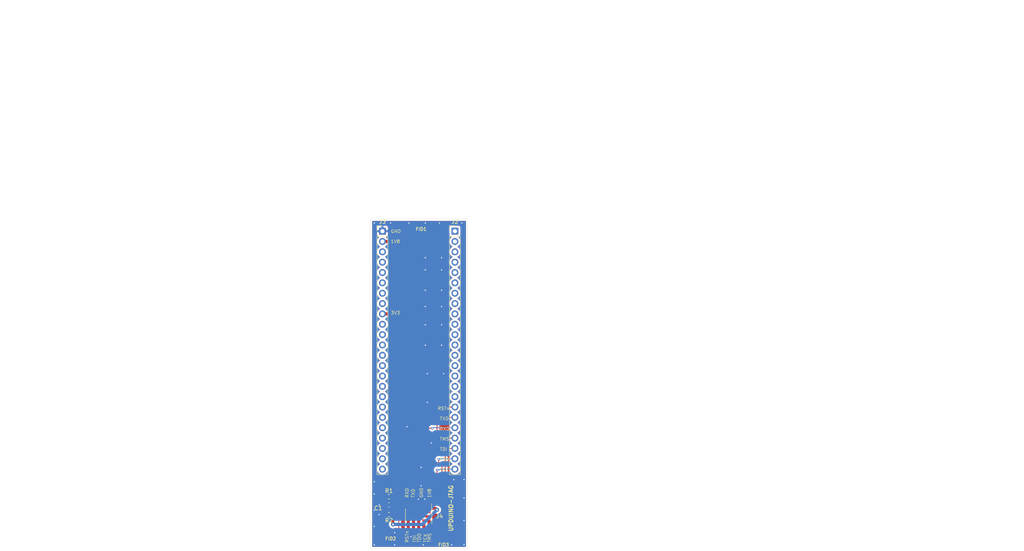
<source format=kicad_pcb>
(kicad_pcb (version 20240108) (generator "pcbnew") (generator_version "8.0")
  (title_block (title "upduino-jtag") (company "tinyVision.ai Inc."))
  (layers (0 "F.Cu" signal) (31 "B.Cu" signal) (34 "B.Paste" user) (35 "F.Paste" user) (36 "B.SilkS" user "B.Silkscreen") (37 "F.SilkS" user "F.Silkscreen") (38 "B.Mask" user) (39 "F.Mask" user) (44 "Edge.Cuts" user))
  (net 0 "")
  (net 1 "GND")
  (net 2 "P1V8")
  (net 5 "/~{RESET}")
  (net 10 "/TCK")
  (net 11 "/TMS")
  (net 13 "/TXD")
  (net 18 "/TDI")
  (net 21 "/RXD")
  (net 22 "/TDO")
  (net 46 "P3V3")
  (footprint "Fiducial:Fiducial_1mm_Mask2mm" (layer "F.Cu") (at 114.5 150.5)
    (property "Reference" "FID2" (at 2.5 0 0) (layer "F.SilkS") (effects (font (size 0.8 0.8))))
    (property "Value" "Fiducial_1mm_Mask2mm")
    (pad "" smd circle (at 0 0) (size 1 1) (layers "F.Cu" "F.Mask") (clearance 0.5))
  )
  (footprint "Capacitor_SMD:C_0603_1608Metric_Pad1.08x0.95mm_HandSolder" (layer "F.Cu") (at 116.6 142.2 180)
    (property "Reference" "C1" (at 2.6 -0.8 180) (layer "F.SilkS"))
    (property "Value" "0.1uF")
    (fp_line (start -0.146267 0.51) (end 0.146267 0.51) (stroke (width 0.12)) (layer "F.SilkS"))
    (fp_line (start -0.146267 -0.51) (end 0.146267 -0.51) (stroke (width 0.12)) (layer "F.SilkS"))
    (pad "1" smd roundrect (at -0.862501 0 180) (size 1.075 0.95) (layers "F.Cu" "F.Paste" "F.Mask") (net 2 "P1V8"))
    (pad "2" smd roundrect (at 0.862501 0 180) (size 1.075 0.95) (layers "F.Cu" "F.Paste" "F.Mask") (net 1 "GND"))
  )
  (footprint "Fiducial:Fiducial_1mm_Mask2mm" (layer "F.Cu") (at 122 74.5)
    (property "Reference" "FID1" (at 2.5 0 0) (layer "F.SilkS") (effects (font (size 0.8 0.8))))
    (property "Value" "Fiducial_1mm_Mask2mm")
    (pad "" smd circle (at 0 0) (size 1 1) (layers "F.Cu" "F.Mask") (clearance 0.5))
  )
  (footprint "Connector_PinHeader_2.54mm:PinHeader_1x24_P2.54mm_Vertical" (layer "F.Cu") (at 115 75)
    (property "Reference" "J3" (at 0 -2.33 0) (layer "F.SilkS"))
    (property "Value" "Conn_01x24_Socket")
    (fp_line (start -1.33 -1.33) (end 0 -1.33) (stroke (width 0.12)) (layer "F.SilkS"))
    (fp_line (start -1.33 0) (end -1.33 -1.33) (stroke (width 0.12)) (layer "F.SilkS"))
    (fp_line (start -1.33 1.27) (end -1.33 59.75) (stroke (width 0.12)) (layer "F.SilkS"))
    (fp_line (start -1.33 1.27) (end 1.33 1.27) (stroke (width 0.12)) (layer "F.SilkS"))
    (fp_line (start -1.33 59.75) (end 1.33 59.75) (stroke (width 0.12)) (layer "F.SilkS"))
    (fp_line (start 1.33 1.27) (end 1.33 59.75) (stroke (width 0.12)) (layer "F.SilkS"))
    (pad "1" thru_hole rect (at 0 0) (size 1.7 1.7) (drill 1) (layers "*.Cu" "*.Mask") (net 1 "GND"))
    (pad "2" thru_hole oval (at 0 2.54) (size 1.7 1.7) (drill 1) (layers "*.Cu" "*.Mask") (net 2 "P1V8"))
    (pad "3" thru_hole oval (at 0 5.08) (size 1.7 1.7) (drill 1) (layers "*.Cu" "*.Mask"))
    (pad "4" thru_hole oval (at 0 7.62) (size 1.7 1.7) (drill 1) (layers "*.Cu" "*.Mask"))
    (pad "5" thru_hole oval (at 0 10.16) (size 1.7 1.7) (drill 1) (layers "*.Cu" "*.Mask"))
    (pad "6" thru_hole oval (at 0 12.7) (size 1.7 1.7) (drill 1) (layers "*.Cu" "*.Mask"))
    (pad "7" thru_hole oval (at 0 15.24) (size 1.7 1.7) (drill 1) (layers "*.Cu" "*.Mask"))
    (pad "8" thru_hole oval (at 0 17.78) (size 1.7 1.7) (drill 1) (layers "*.Cu" "*.Mask"))
    (pad "9" thru_hole oval (at 0 20.32) (size 1.7 1.7) (drill 1) (layers "*.Cu" "*.Mask") (net 46 "P3V3"))
    (pad "10" thru_hole oval (at 0 22.86) (size 1.7 1.7) (drill 1) (layers "*.Cu" "*.Mask"))
    (pad "11" thru_hole oval (at 0 25.4) (size 1.7 1.7) (drill 1) (layers "*.Cu" "*.Mask"))
    (pad "12" thru_hole oval (at 0 27.94) (size 1.7 1.7) (drill 1) (layers "*.Cu" "*.Mask"))
    (pad "13" thru_hole oval (at 0 30.48) (size 1.7 1.7) (drill 1) (layers "*.Cu" "*.Mask"))
    (pad "14" thru_hole oval (at 0 33.02) (size 1.7 1.7) (drill 1) (layers "*.Cu" "*.Mask"))
    (pad "15" thru_hole oval (at 0 35.56) (size 1.7 1.7) (drill 1) (layers "*.Cu" "*.Mask"))
    (pad "16" thru_hole oval (at 0 38.1) (size 1.7 1.7) (drill 1) (layers "*.Cu" "*.Mask"))
    (pad "17" thru_hole oval (at 0 40.64) (size 1.7 1.7) (drill 1) (layers "*.Cu" "*.Mask"))
    (pad "18" thru_hole oval (at 0 43.18) (size 1.7 1.7) (drill 1) (layers "*.Cu" "*.Mask"))
    (pad "19" thru_hole oval (at 0 45.72) (size 1.7 1.7) (drill 1) (layers "*.Cu" "*.Mask"))
    (pad "20" thru_hole oval (at 0 48.26) (size 1.7 1.7) (drill 1) (layers "*.Cu" "*.Mask"))
    (pad "21" thru_hole oval (at 0 50.8) (size 1.7 1.7) (drill 1) (layers "*.Cu" "*.Mask"))
    (pad "22" thru_hole oval (at 0 53.34) (size 1.7 1.7) (drill 1) (layers "*.Cu" "*.Mask"))
    (pad "23" thru_hole oval (at 0 55.88) (size 1.7 1.7) (drill 1) (layers "*.Cu" "*.Mask"))
    (pad "24" thru_hole oval (at 0 58.42) (size 1.7 1.7) (drill 1) (layers "*.Cu" "*.Mask"))
  )
  (footprint "Fiducial:Fiducial_1mm_Mask2mm" (layer "F.Cu") (at 133.5 150.5)
    (property "Reference" "FID3" (at -3.5 1.5 0) (layer "F.SilkS") (effects (font (size 0.8 0.8))))
    (property "Value" "Fiducial_1mm_Mask2mm")
    (pad "" smd circle (at 0 0) (size 1 1) (layers "F.Cu" "F.Mask") (clearance 0.5))
  )
  (footprint "Connector_PinHeader_1.27mm:PinHeader_2x05_P1.27mm_Vertical_SMD" (layer "F.Cu") (at 123.89 145 -90)
    (property "Reference" "J4" (at 0 -5.11 0) (layer "F.SilkS"))
    (property "Value" "Conn_02x05_Odd_Even")
    (fp_line (start -1.765 3.235) (end 1.765 3.235) (stroke (width 0.12)) (layer "F.SilkS"))
    (fp_line (start -1.765 3.17) (end -1.765 3.235) (stroke (width 0.12)) (layer "F.SilkS"))
    (fp_line (start 1.765 3.17) (end 1.765 3.235) (stroke (width 0.12)) (layer "F.SilkS"))
    (fp_line (start -3.089999 -3.17) (end -1.765 -3.17) (stroke (width 0.12)) (layer "F.SilkS"))
    (fp_line (start -1.765 -3.235) (end -1.765 -3.17) (stroke (width 0.12)) (layer "F.SilkS"))
    (fp_line (start -1.765 -3.235) (end 1.765 -3.235) (stroke (width 0.12)) (layer "F.SilkS"))
    (fp_line (start 1.765 -3.235) (end 1.765 -3.17) (stroke (width 0.12)) (layer "F.SilkS"))
    (pad "1" smd rect (at -1.95 -2.54 270) (size 2.4 0.74) (layers "F.Cu" "F.Paste" "F.Mask") (net 2 "P1V8"))
    (pad "2" smd rect (at 1.95 -2.54 270) (size 2.4 0.74) (layers "F.Cu" "F.Paste" "F.Mask") (net 11 "/TMS"))
    (pad "3" smd rect (at -1.95 -1.27 270) (size 2.4 0.74) (layers "F.Cu" "F.Paste" "F.Mask") (net 1 "GND"))
    (pad "4" smd rect (at 1.95 -1.27 270) (size 2.4 0.74) (layers "F.Cu" "F.Paste" "F.Mask") (net 10 "/TCK"))
    (pad "5" smd rect (at -1.95 0 270) (size 2.4 0.74) (layers "F.Cu" "F.Paste" "F.Mask") (net 1 "GND"))
    (pad "6" smd rect (at 1.95 0 270) (size 2.4 0.74) (layers "F.Cu" "F.Paste" "F.Mask") (net 22 "/TDO"))
    (pad "7" smd rect (at -1.95 1.27 270) (size 2.4 0.74) (layers "F.Cu" "F.Paste" "F.Mask") (net 13 "/TXD"))
    (pad "8" smd rect (at 1.95 1.27 270) (size 2.4 0.74) (layers "F.Cu" "F.Paste" "F.Mask") (net 18 "/TDI"))
    (pad "9" smd rect (at -1.95 2.54 270) (size 2.4 0.74) (layers "F.Cu" "F.Paste" "F.Mask") (net 21 "/RXD"))
    (pad "10" smd rect (at 1.95 2.54 270) (size 2.4 0.74) (layers "F.Cu" "F.Paste" "F.Mask") (net 5 "/~{RESET}"))
  )
  (footprint "Resistor_SMD:R_0603_1608Metric_Pad0.98x0.95mm_HandSolder" (layer "F.Cu") (at 116.6 144.6 180)
    (property "Reference" "R2" (at 0 -1.43 180) (layer "F.SilkS"))
    (property "Value" "100")
    (fp_line (start -0.254724 0.5225) (end 0.254724 0.5225) (stroke (width 0.12)) (layer "F.SilkS"))
    (fp_line (start -0.254724 -0.5225) (end 0.254724 -0.5225) (stroke (width 0.12)) (layer "F.SilkS"))
    (pad "1" smd roundrect (at -0.9125 0 180) (size 0.975 0.95) (layers "F.Cu" "F.Paste" "F.Mask") (net 2 "P1V8"))
    (pad "2" smd roundrect (at 0.9125 0 180) (size 0.975 0.95) (layers "F.Cu" "F.Paste" "F.Mask") (net 1 "GND"))
  )
  (footprint "Connector_PinHeader_2.54mm:PinHeader_1x24_P2.54mm_Vertical" (layer "F.Cu") (at 132.78 75)
    (property "Reference" "J2" (at 0 -2.33 0) (layer "F.SilkS"))
    (property "Value" "Conn_01x24_Socket")
    (fp_line (start -1.33 -1.33) (end 0 -1.33) (stroke (width 0.12)) (layer "F.SilkS"))
    (fp_line (start -1.33 0) (end -1.33 -1.33) (stroke (width 0.12)) (layer "F.SilkS"))
    (fp_line (start -1.33 1.27) (end -1.33 59.75) (stroke (width 0.12)) (layer "F.SilkS"))
    (fp_line (start -1.33 1.27) (end 1.33 1.27) (stroke (width 0.12)) (layer "F.SilkS"))
    (fp_line (start -1.33 59.75) (end 1.33 59.75) (stroke (width 0.12)) (layer "F.SilkS"))
    (fp_line (start 1.33 1.27) (end 1.33 59.75) (stroke (width 0.12)) (layer "F.SilkS"))
    (pad "1" thru_hole rect (at 0 0) (size 1.7 1.7) (drill 1) (layers "*.Cu" "*.Mask"))
    (pad "2" thru_hole oval (at 0 2.54) (size 1.7 1.7) (drill 1) (layers "*.Cu" "*.Mask"))
    (pad "3" thru_hole oval (at 0 5.08) (size 1.7 1.7) (drill 1) (layers "*.Cu" "*.Mask"))
    (pad "4" thru_hole oval (at 0 7.62) (size 1.7 1.7) (drill 1) (layers "*.Cu" "*.Mask"))
    (pad "5" thru_hole oval (at 0 10.16) (size 1.7 1.7) (drill 1) (layers "*.Cu" "*.Mask"))
    (pad "6" thru_hole oval (at 0 12.7) (size 1.7 1.7) (drill 1) (layers "*.Cu" "*.Mask"))
    (pad "7" thru_hole oval (at 0 15.24) (size 1.7 1.7) (drill 1) (layers "*.Cu" "*.Mask"))
    (pad "8" thru_hole oval (at 0 17.78) (size 1.7 1.7) (drill 1) (layers "*.Cu" "*.Mask"))
    (pad "9" thru_hole oval (at 0 20.32) (size 1.7 1.7) (drill 1) (layers "*.Cu" "*.Mask"))
    (pad "10" thru_hole oval (at 0 22.86) (size 1.7 1.7) (drill 1) (layers "*.Cu" "*.Mask"))
    (pad "11" thru_hole oval (at 0 25.4) (size 1.7 1.7) (drill 1) (layers "*.Cu" "*.Mask"))
    (pad "12" thru_hole oval (at 0 27.94) (size 1.7 1.7) (drill 1) (layers "*.Cu" "*.Mask"))
    (pad "13" thru_hole oval (at 0 30.48) (size 1.7 1.7) (drill 1) (layers "*.Cu" "*.Mask"))
    (pad "14" thru_hole oval (at 0 33.02) (size 1.7 1.7) (drill 1) (layers "*.Cu" "*.Mask"))
    (pad "15" thru_hole oval (at 0 35.56) (size 1.7 1.7) (drill 1) (layers "*.Cu" "*.Mask"))
    (pad "16" thru_hole oval (at 0 38.1) (size 1.7 1.7) (drill 1) (layers "*.Cu" "*.Mask"))
    (pad "17" thru_hole oval (at 0 40.64) (size 1.7 1.7) (drill 1) (layers "*.Cu" "*.Mask"))
    (pad "18" thru_hole oval (at 0 43.18) (size 1.7 1.7) (drill 1) (layers "*.Cu" "*.Mask") (net 5 "/~{RESET}"))
    (pad "19" thru_hole oval (at 0 45.72) (size 1.7 1.7) (drill 1) (layers "*.Cu" "*.Mask") (net 13 "/TXD"))
    (pad "20" thru_hole oval (at 0 48.26) (size 1.7 1.7) (drill 1) (layers "*.Cu" "*.Mask") (net 21 "/RXD"))
    (pad "21" thru_hole oval (at 0 50.8) (size 1.7 1.7) (drill 1) (layers "*.Cu" "*.Mask") (net 11 "/TMS"))
    (pad "22" thru_hole oval (at 0 53.34) (size 1.7 1.7) (drill 1) (layers "*.Cu" "*.Mask") (net 18 "/TDI"))
    (pad "23" thru_hole oval (at 0 55.88) (size 1.7 1.7) (drill 1) (layers "*.Cu" "*.Mask") (net 22 "/TDO"))
    (pad "24" thru_hole oval (at 0 58.42) (size 1.7 1.7) (drill 1) (layers "*.Cu" "*.Mask") (net 10 "/TCK"))
  )
  (footprint "Resistor_SMD:R_0603_1608Metric_Pad0.98x0.95mm_HandSolder" (layer "F.Cu") (at 116.6 140.2)
    (property "Reference" "R1" (at 0 -1.43 0) (layer "F.SilkS"))
    (property "Value" "100")
    (fp_line (start -0.254724 -0.5225) (end 0.254724 -0.5225) (stroke (width 0.12)) (layer "F.SilkS"))
    (fp_line (start -0.254724 0.5225) (end 0.254724 0.5225) (stroke (width 0.12)) (layer "F.SilkS"))
    (pad "1" smd roundrect (at -0.9125 0) (size 0.975 0.95) (layers "F.Cu" "F.Paste" "F.Mask") (net 46 "P3V3"))
    (pad "2" smd roundrect (at 0.9125 0) (size 0.975 0.95) (layers "F.Cu" "F.Paste" "F.Mask") (net 2 "P1V8"))
  )
  (gr_line (start 112 72) (end 135.78 72) (stroke (width 0.05)) (layer "Edge.Cuts"))
  (gr_line (start 135.78 72) (end 135.78 153) (stroke (width 0.05)) (layer "Edge.Cuts"))
  (gr_line (start 135.78 153) (end 112 153) (stroke (width 0.05)) (layer "Edge.Cuts"))
  (gr_line (start 112 72) (end 112 153) (stroke (width 0.05)) (layer "Edge.Cuts"))
  (gr_text "RSTn" (at 128.5 119 0) (layer "F.SilkS") (effects (font (size 0.8 0.8) (thickness 0.1)) (justify left bottom)))
  (gr_text "TDI" (at 129 129 0) (layer "F.SilkS") (effects (font (size 0.8 0.8) (thickness 0.1)) (justify left bottom)))
  (gr_text "TDI" (at 123.4 151.5 90) (layer "F.SilkS") (effects (font (size 0.8 0.8) (thickness 0.1)) (justify left bottom)))
  (gr_text "TCK" (at 126 151.5 90) (layer "F.SilkS") (effects (font (size 0.8 0.8) (thickness 0.1)) (justify left bottom)))
  (gr_text "TDO" (at 124.5 151.5 90) (layer "F.SilkS") (effects (font (size 0.8 0.8) (thickness 0.1)) (justify left bottom)))
  (gr_text "TMS" (at 127 151.5 90) (layer "F.SilkS") (effects (font (size 0.8 0.8) (thickness 0.1)) (justify left bottom)))
  (gr_text "TCK" (at 129 134 0) (layer "F.SilkS") (effects (font (size 0.8 0.8) (thickness 0.1)) (justify left bottom)))
  (gr_text "GND" (at 117 75.5 0) (layer "F.SilkS") (effects (font (size 0.8 0.8) (thickness 0.1)) (justify left bottom)))
  (gr_text "TXD" (at 123 140.5 90) (layer "F.SilkS") (effects (font (size 0.8 0.8) (thickness 0.1)) (justify left bottom)))
  (gr_text "TMS" (at 129 126.5 0) (layer "F.SilkS") (effects (font (size 0.8 0.8) (thickness 0.1)) (justify left bottom)))
  (gr_text "TDO" (at 129 131.5 0) (layer "F.SilkS") (effects (font (size 0.8 0.8) (thickness 0.1)) (justify left bottom)))
  (gr_text "3V3" (at 117 95.5 0) (layer "F.SilkS") (effects (font (size 0.8 0.8) (thickness 0.1)) (justify left bottom)))
  (gr_text "1V8" (at 127 140.5 90) (layer "F.SilkS") (effects (font (size 0.8 0.8) (thickness 0.1)) (justify left bottom)))
  (gr_text "RSTn" (at 121.5 151.5 90) (layer "F.SilkS") (effects (font (size 0.8 0.8) (thickness 0.1)) (justify left bottom)))
  (gr_text "1V8" (at 117 78 0) (layer "F.SilkS") (effects (font (size 0.8 0.8) (thickness 0.1)) (justify left bottom)))
  (gr_text "RXD" (at 129 124 0) (layer "F.SilkS") (effects (font (size 0.8 0.8) (thickness 0.1)) (justify left bottom)))
  (gr_text "UPDUINO-JTAG" (at 132.4 148.8 90) (layer "F.SilkS") (effects (font (size 1 1) (thickness 0.2) (bold yes)) (justify left bottom)))
  (gr_text "TXD" (at 129 121.5 0) (layer "F.SilkS") (effects (font (size 0.8 0.8) (thickness 0.1)) (justify left bottom)))
  (gr_text "GND" (at 125 140.5 90) (layer "F.SilkS") (effects (font (size 0.8 0.8) (thickness 0.1)) (justify left bottom)))
  (gr_text "RXD" (at 121.5 140.5 90) (layer "F.SilkS") (effects (font (size 0.8 0.8) (thickness 0.1)) (justify left bottom)))
  (segment (start 115.6875 144.6) (end 114.2 144.6) (width 0.6) (layer "F.Cu") (net 1))
  (segment (start 115.737499 142.2) (end 114.2 142.2) (width 0.6) (layer "F.Cu") (net 1))
  (segment (start 125.16 141.04) (end 125.4 140.8) (width 0.6) (layer "F.Cu") (net 1))
  (segment (start 123.89 140.89) (end 123.8 140.8) (width 0.6) (layer "F.Cu") (net 1))
  (segment (start 123.89 143.05) (end 123.89 140.89) (width 0.6) (layer "F.Cu") (net 1))
  (segment (start 125.16 143.05) (end 125.16 141.04) (width 0.6) (layer "F.Cu") (net 1))
  (via (at 113 73) (size 0.6) (drill 0.3) (layers "F.Cu" "B.Cu") (net 1))
  (via (at 127 127) (size 0.6) (drill 0.3) (layers "F.Cu" "B.Cu") (net 1))
  (via (at 125.5 89.5) (size 0.6) (drill 0.3) (layers "F.Cu" "B.Cu") (net 1))
  (via (at 117 73) (size 0.6) (drill 0.3) (layers "F.Cu" "B.Cu") (net 1))
  (via (at 129.5 98) (size 0.6) (drill 0.3) (layers "F.Cu" "B.Cu") (net 1))
  (via (at 125.5 73) (size 0.6) (drill 0.3) (layers "F.Cu" "B.Cu") (net 1))
  (via (at 124.5 137.5) (size 0.6) (drill 0.3) (layers "F.Cu" "B.Cu") (net 1))
  (via (at 129.5 89.5) (size 0.6) (drill 0.3) (layers "F.Cu" "B.Cu") (net 1))
  (via (at 126 117) (size 0.6) (drill 0.3) (layers "F.Cu" "B.Cu") (net 1))
  (via (at 113 152) (size 0.6) (drill 0.3) (layers "F.Cu" "B.Cu") (net 1))
  (via (at 126 110) (size 0.6) (drill 0.3) (layers "F.Cu" "B.Cu") (net 1))
  (via (at 135 136) (size 0.6) (drill 0.3) (layers "F.Cu" "B.Cu") (net 1))
  (via (at 132.5 136) (size 0.6) (drill 0.3) (layers "F.Cu" "B.Cu") (net 1))
  (via (at 113 136.5) (size 0.6) (drill 0.3) (layers "F.Cu" "B.Cu") (net 1))
  (via (at 123.8 140.8) (size 0.6) (drill 0.3) (layers "F.Cu" "B.Cu") (net 1))
  (via (at 125.5 81.5) (size 0.6) (drill 0.3) (layers "F.Cu" "B.Cu") (net 1))
  (via (at 113 147.5) (size 0.6) (drill 0.3) (layers "F.Cu" "B.Cu") (net 1))
  (via (at 124.5 133) (size 0.6) (drill 0.3) (layers "F.Cu" "B.Cu") (net 1))
  (via (at 113 143.5) (size 0.6) (drill 0.3) (layers "F.Cu" "B.Cu") (net 1))
  (via (at 135 140.5) (size 0.6) (drill 0.3) (layers "F.Cu" "B.Cu") (net 1))
  (via (at 125.5 84.5) (size 0.6) (drill 0.3) (layers "F.Cu" "B.Cu") (net 1))
  (via (at 121 123) (size 0.6) (drill 0.3) (layers "F.Cu" "B.Cu") (net 1))
  (via (at 132 152) (size 0.6) (drill 0.3) (layers "F.Cu" "B.Cu") (net 1))
  (via (at 118 152) (size 0.6) (drill 0.3) (layers "F.Cu" "B.Cu") (net 1))
  (via (at 130 110) (size 0.6) (drill 0.3) (layers "F.Cu" "B.Cu") (net 1))
  (via (at 125 152) (size 0.6) (drill 0.3) (layers "F.Cu" "B.Cu") (net 1))
  (via (at 122 150) (size 0.6) (drill 0.3) (layers "F.Cu" "B.Cu") (net 1))
  (via (at 129.5 84.5) (size 0.6) (drill 0.3) (layers "F.Cu" "B.Cu") (net 1))
  (via (at 129.5 103) (size 0.6) (drill 0.3) (layers "F.Cu" "B.Cu") (net 1))
  (via (at 125.5 103) (size 0.6) (drill 0.3) (layers "F.Cu" "B.Cu") (net 1))
  (via (at 125.5 98) (size 0.6) (drill 0.3) (layers "F.Cu" "B.Cu") (net 1))
  (via (at 113 139.5) (size 0.6) (drill 0.3) (layers "F.Cu" "B.Cu") (net 1))
  (via (at 135 152) (size 0.6) (drill 0.3) (layers "F.Cu" "B.Cu") (net 1))
  (via (at 125.4 140.8) (size 0.6) (drill 0.3) (layers "F.Cu" "B.Cu") (net 1))
  (via (at 114.2 142.2) (size 0.6) (drill 0.3) (layers "F.Cu" "B.Cu") (net 1))
  (via (at 134.5 73) (size 0.6) (drill 0.3) (layers "F.Cu" "B.Cu") (net 1))
  (via (at 135 146) (size 0.6) (drill 0.3) (layers "F.Cu" "B.Cu") (net 1))
  (via (at 121.5 73) (size 0.6) (drill 0.3) (layers "F.Cu" "B.Cu") (net 1))
  (via (at 125.5 93.5) (size 0.6) (drill 0.3) (layers "F.Cu" "B.Cu") (net 1))
  (via (at 129 73) (size 0.6) (drill 0.3) (layers "F.Cu" "B.Cu") (net 1))
  (via (at 129.5 81.5) (size 0.6) (drill 0.3) (layers "F.Cu" "B.Cu") (net 1))
  (via (at 118 149) (size 0.6) (drill 0.3) (layers "F.Cu" "B.Cu") (net 1))
  (via (at 114.2 144.6) (size 0.6) (drill 0.3) (layers "F.Cu" "B.Cu") (net 1))
  (via (at 129.5 93.5) (size 0.6) (drill 0.3) (layers "F.Cu" "B.Cu") (net 1))
  (segment (start 117.5125 140.2) (end 117.5125 139.2875) (width 0.8) (layer "F.Cu") (net 2))
  (segment (start 126.43 143.05) (end 128.05 143.05) (width 0.7) (layer "F.Cu") (net 2))
  (segment (start 117.5125 142.150001) (end 117.462501 142.2) (width 0.8) (layer "F.Cu") (net 2))
  (segment (start 128.05 143.05) (end 128.4 143.4) (width 0.7) (layer "F.Cu") (net 2))
  (segment (start 123 118.6) (end 123 81.6) (width 0.8) (layer "F.Cu") (net 2))
  (segment (start 118.94 77.54) (end 115 77.54) (width 0.8) (layer "F.Cu") (net 2))
  (segment (start 119 137.8) (end 119 122.6) (width 0.8) (layer "F.Cu") (net 2))
  (segment (start 117.5125 144.6) (end 117.5125 146.9125) (width 0.8) (layer "F.Cu") (net 2))
  (segment (start 117.5125 146.9125) (end 117.6 147) (width 0.8) (layer "F.Cu") (net 2))
  (segment (start 117.5125 140.2) (end 117.5125 142.150001) (width 0.8) (layer "F.Cu") (net 2))
  (segment (start 117.462501 144.550001) (end 117.5125 144.6) (width 0.8) (layer "F.Cu") (net 2))
  (segment (start 117.5125 139.2875) (end 119 137.8) (width 0.8) (layer "F.Cu") (net 2))
  (segment (start 119 122.6) (end 123 118.6) (width 0.8) (layer "F.Cu") (net 2))
  (segment (start 123 81.6) (end 118.94 77.54) (width 0.8) (layer "F.Cu") (net 2))
  (segment (start 117.462501 142.2) (end 117.462501 144.550001) (width 0.8) (layer "F.Cu") (net 2))
  (via (at 117.6 147) (size 1) (drill 0.4) (layers "F.Cu" "B.Cu") (net 2))
  (via (at 128.4 143.4) (size 1) (drill 0.4) (layers "F.Cu" "B.Cu") (net 2))
  (segment (start 124.8 147) (end 128.4 143.4) (width 0.8) (layer "B.Cu") (net 2))
  (segment (start 117.6 147) (end 124.8 147) (width 0.8) (layer "B.Cu") (net 2))
  (segment (start 120 149) (end 121 149) (width 0.2) (layer "F.Cu") (net 5))
  (segment (start 121 149) (end 121.35 148.65) (width 0.2) (layer "F.Cu") (net 5))
  (segment (start 127.82 118.18) (end 120.6 125.4) (width 0.2) (layer "F.Cu") (net 5))
  (segment (start 132.78 118.18) (end 127.82 118.18) (width 0.2) (layer "F.Cu") (net 5))
  (segment (start 119 148) (end 120 149) (width 0.2) (layer "F.Cu") (net 5))
  (segment (start 121.35 148.65) (end 121.35 146.95) (width 0.2) (layer "F.Cu") (net 5))
  (segment (start 119 141.2) (end 119 148) (width 0.2) (layer "F.Cu") (net 5))
  (segment (start 120.6 139.6) (end 119 141.2) (width 0.2) (layer "F.Cu") (net 5))
  (segment (start 120.6 125.4) (end 120.6 139.6) (width 0.2) (layer "F.Cu") (net 5))
  (segment (start 130.8 148) (end 131.2 147.6) (width 0.2) (layer "F.Cu") (net 10))
  (segment (start 125.16 146.95) (end 125.16 148.36) (width 0.2) (layer "F.Cu") (net 10))
  (segment (start 125.8 149) (end 129.8 149) (width 0.2) (layer "F.Cu") (net 10))
  (segment (start 125.16 148.36) (end 125.8 149) (width 0.2) (layer "F.Cu") (net 10))
  (segment (start 131.2 142) (end 128.4 139.2) (width 0.2) (layer "F.Cu") (net 10))
  (segment (start 128.4 139.2) (end 128.4 133.8) (width 0.2) (layer "F.Cu") (net 10))
  (segment (start 129.8 149) (end 130.8 148) (width 0.2) (layer "F.Cu") (net 10))
  (segment (start 128.4 133.8) (end 128.4 133.6) (width 0.2) (layer "F.Cu") (net 10))
  (segment (start 131.2 142.4) (end 131.2 142) (width 0.2) (layer "F.Cu") (net 10))
  (segment (start 131.2 147.6) (end 131.2 142.4) (width 0.2) (layer "F.Cu") (net 10))
  (via (at 128.4 133.6) (size 0.6) (drill 0.3) (layers "F.Cu" "B.Cu") (net 10))
  (segment (start 129.18 133.42) (end 132.78 133.42) (width 0.2) (layer "B.Cu") (net 10))
  (segment (start 128.4 133.6) (end 129 133.6) (width 0.2) (layer "B.Cu") (net 10))
  (segment (start 129 133.6) (end 129.18 133.42) (width 0.2) (layer "B.Cu") (net 10))
  (segment (start 130.8 147.434314) (end 130.8 142.6) (width 0.2) (layer "F.Cu") (net 11))
  (segment (start 127 148.6) (end 129.634314 148.6) (width 0.2) (layer "F.Cu") (net 11))
  (segment (start 126.43 146.95) (end 126.43 148.03) (width 0.2) (layer "F.Cu") (net 11))
  (segment (start 126.6 129.4) (end 130.2 125.8) (width 0.2) (layer "F.Cu") (net 11))
  (segment (start 130.8 142.6) (end 126.6 138.4) (width 0.2) (layer "F.Cu") (net 11))
  (segment (start 126.6 138.4) (end 126.6 129.4) (width 0.2) (layer "F.Cu") (net 11))
  (segment (start 129.634314 148.6) (end 130.8 147.434314) (width 0.2) (layer "F.Cu") (net 11))
  (segment (start 130.2 125.8) (end 132.78 125.8) (width 0.2) (layer "F.Cu") (net 11))
  (segment (start 126.43 148.03) (end 127 148.6) (width 0.2) (layer "F.Cu") (net 11))
  (segment (start 128.4 124) (end 128.4 122.4) (width 0.2) (layer "F.Cu") (net 13))
  (segment (start 122.62 143.05) (end 122.62 129.78) (width 0.2) (layer "F.Cu") (net 13))
  (segment (start 128.4 122.4) (end 130.08 120.72) (width 0.2) (layer "F.Cu") (net 13))
  (segment (start 130.08 120.72) (end 132.78 120.72) (width 0.2) (layer "F.Cu") (net 13))
  (segment (start 122.62 129.78) (end 128.4 124) (width 0.2) (layer "F.Cu") (net 13))
  (segment (start 122.62 146.95) (end 122.62 149.22) (width 0.2) (layer "F.Cu") (net 18))
  (segment (start 129.8 150.4) (end 132.6 147.6) (width 0.2) (layer "F.Cu") (net 18))
  (segment (start 132.6 139) (end 130.4 136.8) (width 0.2) (layer "F.Cu") (net 18))
  (segment (start 131.06 128.34) (end 132.78 128.34) (width 0.2) (layer "F.Cu") (net 18))
  (segment (start 122.62 149.22) (end 123.8 150.4) (width 0.2) (layer "F.Cu") (net 18))
  (segment (start 130.4 129) (end 131.06 128.34) (width 0.2) (layer "F.Cu") (net 18))
  (segment (start 132.6 147.6) (end 132.6 139) (width 0.2) (layer "F.Cu") (net 18))
  (segment (start 130.4 136.8) (end 130.4 129) (width 0.2) (layer "F.Cu") (net 18))
  (segment (start 123.8 150.4) (end 129.8 150.4) (width 0.2) (layer "F.Cu") (net 18))
  (segment (start 121.35 133.8) (end 121.35 133.65) (width 0.2) (layer "F.Cu") (net 21))
  (segment (start 121.35 143.05) (end 121.35 133.8) (width 0.2) (layer "F.Cu") (net 21))
  (segment (start 121.35 143.05) (end 121.35 128.45) (width 0.2) (layer "F.Cu") (net 21))
  (segment (start 127.2 123.4) (end 126.4 123.4) (width 0.2) (layer "F.Cu") (net 21))
  (segment (start 126.4 123.4) (end 121.35 128.45) (width 0.2) (layer "F.Cu") (net 21))
  (segment (start 121.35 128.45) (end 121.35 133.8) (width 0.2) (layer "F.Cu") (net 21))
  (via (at 127.2 123.4) (size 0.6) (drill 0.3) (layers "F.Cu" "B.Cu") (net 21))
  (segment (start 127.34 123.26) (end 127.2 123.4) (width 0.2) (layer "B.Cu") (net 21))
  (segment (start 132.78 123.26) (end 127.34 123.26) (width 0.2) (layer "B.Cu") (net 21))
  (segment (start 129.8 149.6) (end 131.8 147.6) (width 0.2) (layer "F.Cu") (net 22))
  (segment (start 131.8 141.2) (end 129.6 139) (width 0.2) (layer "F.Cu") (net 22))
  (segment (start 129.6 132.6) (end 128.8 131.8) (width 0.2) (layer "F.Cu") (net 22))
  (segment (start 123.89 148.89) (end 124.6 149.6) (width 0.2) (layer "F.Cu") (net 22))
  (segment (start 128.8 131.8) (end 128.8 131) (width 0.2) (layer "F.Cu") (net 22))
  (segment (start 124.6 149.6) (end 129.8 149.6) (width 0.2) (layer "F.Cu") (net 22))
  (segment (start 129.6 139) (end 129.6 132.6) (width 0.2) (layer "F.Cu") (net 22))
  (segment (start 123.89 146.95) (end 123.89 148.89) (width 0.2) (layer "F.Cu") (net 22))
  (segment (start 131.8 147.6) (end 131.8 141.2) (width 0.2) (layer "F.Cu") (net 22))
  (via (at 128.8 131) (size 0.6) (drill 0.3) (layers "F.Cu" "B.Cu") (net 22))
  (segment (start 132.78 130.88) (end 128.92 130.88) (width 0.2) (layer "B.Cu") (net 22))
  (segment (start 128.92 130.88) (end 128.8 131) (width 0.2) (layer "B.Cu") (net 22))
  (segment (start 117.4 136.4) (end 115.6875 138.1125) (width 0.8) (layer "F.Cu") (net 46))
  (segment (start 115.6875 138.1125) (end 115.6875 140.2) (width 0.8) (layer "F.Cu") (net 46))
  (segment (start 119.4 97.2) (end 119.4 119.4) (width 0.8) (layer "F.Cu") (net 46))
  (segment (start 117.4 121.4) (end 117.4 136.4) (width 0.8) (layer "F.Cu") (net 46))
  (segment (start 115 95.32) (end 117.52 95.32) (width 0.8) (layer "F.Cu") (net 46))
  (segment (start 119.4 119.4) (end 117.4 121.4) (width 0.8) (layer "F.Cu") (net 46))
  (segment (start 117.52 95.32) (end 119.4 97.2) (width 0.8) (layer "F.Cu") (net 46))
  (zone (net 1) (net_name "GND") (layers "F&B.Cu") (connect_pads thru_hole_only (clearance 0.5)) (min_thickness 0.25) (fill yes (thermal_gap 0.5) (thermal_bridge_width 0.5))
    (polygon (pts (xy 112.5 72.5) (xy 135.5 72.5) (xy 135.5 152.5) (xy 112.5 152.5)))
  )
)
</source>
